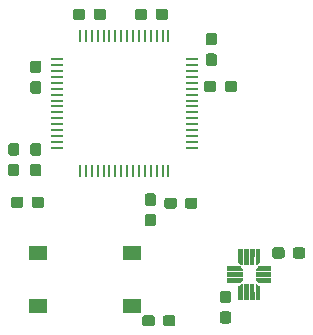
<source format=gbr>
G04 #@! TF.GenerationSoftware,KiCad,Pcbnew,5.0.2-bee76a0~70~ubuntu18.04.1*
G04 #@! TF.CreationDate,2020-10-11T23:46:09-07:00*
G04 #@! TF.ProjectId,light_thing_hw,6c696768-745f-4746-9869-6e675f68772e,rev?*
G04 #@! TF.SameCoordinates,Original*
G04 #@! TF.FileFunction,Paste,Top*
G04 #@! TF.FilePolarity,Positive*
%FSLAX46Y46*%
G04 Gerber Fmt 4.6, Leading zero omitted, Abs format (unit mm)*
G04 Created by KiCad (PCBNEW 5.0.2-bee76a0~70~ubuntu18.04.1) date Sun 11 Oct 2020 11:46:09 PM PDT*
%MOMM*%
%LPD*%
G01*
G04 APERTURE LIST*
%ADD10C,0.400000*%
%ADD11C,0.100000*%
%ADD12C,0.950000*%
%ADD13R,0.250000X1.000000*%
%ADD14R,1.000000X0.250000*%
%ADD15R,1.550000X1.300000*%
G04 APERTURE END LIST*
D10*
G04 #@! TO.C,U2*
X152220000Y-100227500D03*
D11*
G36*
X152015096Y-100559025D02*
X152015381Y-100558087D01*
X152015843Y-100557222D01*
X152016464Y-100556464D01*
X152017222Y-100555843D01*
X152018087Y-100555381D01*
X152019025Y-100555096D01*
X152020000Y-100555000D01*
X152020000Y-99890000D01*
X152170000Y-99890000D01*
X152420000Y-100140000D01*
X152420000Y-100555000D01*
X152420975Y-100555096D01*
X152421913Y-100555381D01*
X152422778Y-100555843D01*
X152423536Y-100556464D01*
X152424157Y-100557222D01*
X152424619Y-100558087D01*
X152424904Y-100559025D01*
X152425000Y-100560000D01*
X152425000Y-101220000D01*
X152424904Y-101220975D01*
X152424619Y-101221913D01*
X152424157Y-101222778D01*
X152423536Y-101223536D01*
X152422778Y-101224157D01*
X152421913Y-101224619D01*
X152420975Y-101224904D01*
X152420000Y-101225000D01*
X152020000Y-101225000D01*
X152019025Y-101224904D01*
X152018087Y-101224619D01*
X152017222Y-101224157D01*
X152016464Y-101223536D01*
X152015843Y-101222778D01*
X152015381Y-101221913D01*
X152015096Y-101220975D01*
X152015000Y-101220000D01*
X152015000Y-100560000D01*
X152015096Y-100559025D01*
X152015096Y-100559025D01*
G37*
D10*
X151720000Y-100227500D03*
D11*
G36*
X151515096Y-100559025D02*
X151515381Y-100558087D01*
X151515843Y-100557222D01*
X151516464Y-100556464D01*
X151517222Y-100555843D01*
X151518087Y-100555381D01*
X151519025Y-100555096D01*
X151520000Y-100555000D01*
X151520000Y-99890000D01*
X151920000Y-99890000D01*
X151920000Y-100555000D01*
X151920975Y-100555096D01*
X151921913Y-100555381D01*
X151922778Y-100555843D01*
X151923536Y-100556464D01*
X151924157Y-100557222D01*
X151924619Y-100558087D01*
X151924904Y-100559025D01*
X151925000Y-100560000D01*
X151925000Y-101220000D01*
X151924904Y-101220975D01*
X151924619Y-101221913D01*
X151924157Y-101222778D01*
X151923536Y-101223536D01*
X151922778Y-101224157D01*
X151921913Y-101224619D01*
X151920975Y-101224904D01*
X151920000Y-101225000D01*
X151520000Y-101225000D01*
X151519025Y-101224904D01*
X151518087Y-101224619D01*
X151517222Y-101224157D01*
X151516464Y-101223536D01*
X151515843Y-101222778D01*
X151515381Y-101221913D01*
X151515096Y-101220975D01*
X151515000Y-101220000D01*
X151515000Y-100560000D01*
X151515096Y-100559025D01*
X151515096Y-100559025D01*
G37*
D10*
X152357500Y-99590000D03*
D11*
G36*
X152685000Y-99390000D02*
X152685096Y-99389025D01*
X152685381Y-99388087D01*
X152685843Y-99387222D01*
X152686464Y-99386464D01*
X152687222Y-99385843D01*
X152688087Y-99385381D01*
X152689025Y-99385096D01*
X152690000Y-99385000D01*
X153350000Y-99385000D01*
X153350975Y-99385096D01*
X153351913Y-99385381D01*
X153352778Y-99385843D01*
X153353536Y-99386464D01*
X153354157Y-99387222D01*
X153354619Y-99388087D01*
X153354904Y-99389025D01*
X153355000Y-99390000D01*
X153355000Y-99790000D01*
X153354904Y-99790975D01*
X153354619Y-99791913D01*
X153354157Y-99792778D01*
X153353536Y-99793536D01*
X153352778Y-99794157D01*
X153351913Y-99794619D01*
X153350975Y-99794904D01*
X153350000Y-99795000D01*
X152690000Y-99795000D01*
X152689025Y-99794904D01*
X152688087Y-99794619D01*
X152687222Y-99794157D01*
X152686464Y-99793536D01*
X152685843Y-99792778D01*
X152685381Y-99791913D01*
X152685096Y-99790975D01*
X152685000Y-99790000D01*
X152270000Y-99790000D01*
X152020000Y-99540000D01*
X152020000Y-99390000D01*
X152685000Y-99390000D01*
X152685000Y-99390000D01*
G37*
D10*
X152357500Y-99090000D03*
D11*
G36*
X152685000Y-98890000D02*
X152685096Y-98889025D01*
X152685381Y-98888087D01*
X152685843Y-98887222D01*
X152686464Y-98886464D01*
X152687222Y-98885843D01*
X152688087Y-98885381D01*
X152689025Y-98885096D01*
X152690000Y-98885000D01*
X153350000Y-98885000D01*
X153350975Y-98885096D01*
X153351913Y-98885381D01*
X153352778Y-98885843D01*
X153353536Y-98886464D01*
X153354157Y-98887222D01*
X153354619Y-98888087D01*
X153354904Y-98889025D01*
X153355000Y-98890000D01*
X153355000Y-99290000D01*
X153354904Y-99290975D01*
X153354619Y-99291913D01*
X153354157Y-99292778D01*
X153353536Y-99293536D01*
X153352778Y-99294157D01*
X153351913Y-99294619D01*
X153350975Y-99294904D01*
X153350000Y-99295000D01*
X152690000Y-99295000D01*
X152689025Y-99294904D01*
X152688087Y-99294619D01*
X152687222Y-99294157D01*
X152686464Y-99293536D01*
X152685843Y-99292778D01*
X152685381Y-99291913D01*
X152685096Y-99290975D01*
X152685000Y-99290000D01*
X152020000Y-99290000D01*
X152020000Y-98890000D01*
X152685000Y-98890000D01*
X152685000Y-98890000D01*
G37*
D10*
X152357500Y-98590000D03*
D11*
G36*
X152270000Y-98390000D02*
X152685000Y-98390000D01*
X152685096Y-98389025D01*
X152685381Y-98388087D01*
X152685843Y-98387222D01*
X152686464Y-98386464D01*
X152687222Y-98385843D01*
X152688087Y-98385381D01*
X152689025Y-98385096D01*
X152690000Y-98385000D01*
X153350000Y-98385000D01*
X153350975Y-98385096D01*
X153351913Y-98385381D01*
X153352778Y-98385843D01*
X153353536Y-98386464D01*
X153354157Y-98387222D01*
X153354619Y-98388087D01*
X153354904Y-98389025D01*
X153355000Y-98390000D01*
X153355000Y-98790000D01*
X153354904Y-98790975D01*
X153354619Y-98791913D01*
X153354157Y-98792778D01*
X153353536Y-98793536D01*
X153352778Y-98794157D01*
X153351913Y-98794619D01*
X153350975Y-98794904D01*
X153350000Y-98795000D01*
X152690000Y-98795000D01*
X152689025Y-98794904D01*
X152688087Y-98794619D01*
X152687222Y-98794157D01*
X152686464Y-98793536D01*
X152685843Y-98792778D01*
X152685381Y-98791913D01*
X152685096Y-98790975D01*
X152685000Y-98790000D01*
X152020000Y-98790000D01*
X152020000Y-98640000D01*
X152270000Y-98390000D01*
X152270000Y-98390000D01*
G37*
D10*
X151220000Y-100227500D03*
D11*
G36*
X151015096Y-100559025D02*
X151015381Y-100558087D01*
X151015843Y-100557222D01*
X151016464Y-100556464D01*
X151017222Y-100555843D01*
X151018087Y-100555381D01*
X151019025Y-100555096D01*
X151020000Y-100555000D01*
X151020000Y-99890000D01*
X151420000Y-99890000D01*
X151420000Y-100555000D01*
X151420975Y-100555096D01*
X151421913Y-100555381D01*
X151422778Y-100555843D01*
X151423536Y-100556464D01*
X151424157Y-100557222D01*
X151424619Y-100558087D01*
X151424904Y-100559025D01*
X151425000Y-100560000D01*
X151425000Y-101220000D01*
X151424904Y-101220975D01*
X151424619Y-101221913D01*
X151424157Y-101222778D01*
X151423536Y-101223536D01*
X151422778Y-101224157D01*
X151421913Y-101224619D01*
X151420975Y-101224904D01*
X151420000Y-101225000D01*
X151020000Y-101225000D01*
X151019025Y-101224904D01*
X151018087Y-101224619D01*
X151017222Y-101224157D01*
X151016464Y-101223536D01*
X151015843Y-101222778D01*
X151015381Y-101221913D01*
X151015096Y-101220975D01*
X151015000Y-101220000D01*
X151015000Y-100560000D01*
X151015096Y-100559025D01*
X151015096Y-100559025D01*
G37*
D10*
X150720000Y-100227500D03*
D11*
G36*
X150515096Y-100559025D02*
X150515381Y-100558087D01*
X150515843Y-100557222D01*
X150516464Y-100556464D01*
X150517222Y-100555843D01*
X150518087Y-100555381D01*
X150519025Y-100555096D01*
X150520000Y-100555000D01*
X150520000Y-100140000D01*
X150770000Y-99890000D01*
X150920000Y-99890000D01*
X150920000Y-100555000D01*
X150920975Y-100555096D01*
X150921913Y-100555381D01*
X150922778Y-100555843D01*
X150923536Y-100556464D01*
X150924157Y-100557222D01*
X150924619Y-100558087D01*
X150924904Y-100559025D01*
X150925000Y-100560000D01*
X150925000Y-101220000D01*
X150924904Y-101220975D01*
X150924619Y-101221913D01*
X150924157Y-101222778D01*
X150923536Y-101223536D01*
X150922778Y-101224157D01*
X150921913Y-101224619D01*
X150920975Y-101224904D01*
X150920000Y-101225000D01*
X150520000Y-101225000D01*
X150519025Y-101224904D01*
X150518087Y-101224619D01*
X150517222Y-101224157D01*
X150516464Y-101223536D01*
X150515843Y-101222778D01*
X150515381Y-101221913D01*
X150515096Y-101220975D01*
X150515000Y-101220000D01*
X150515000Y-100560000D01*
X150515096Y-100559025D01*
X150515096Y-100559025D01*
G37*
D10*
X150582500Y-99590000D03*
D11*
G36*
X149585096Y-99389025D02*
X149585381Y-99388087D01*
X149585843Y-99387222D01*
X149586464Y-99386464D01*
X149587222Y-99385843D01*
X149588087Y-99385381D01*
X149589025Y-99385096D01*
X149590000Y-99385000D01*
X150250000Y-99385000D01*
X150250975Y-99385096D01*
X150251913Y-99385381D01*
X150252778Y-99385843D01*
X150253536Y-99386464D01*
X150254157Y-99387222D01*
X150254619Y-99388087D01*
X150254904Y-99389025D01*
X150255000Y-99390000D01*
X150920000Y-99390000D01*
X150920000Y-99540000D01*
X150670000Y-99790000D01*
X150255000Y-99790000D01*
X150254904Y-99790975D01*
X150254619Y-99791913D01*
X150254157Y-99792778D01*
X150253536Y-99793536D01*
X150252778Y-99794157D01*
X150251913Y-99794619D01*
X150250975Y-99794904D01*
X150250000Y-99795000D01*
X149590000Y-99795000D01*
X149589025Y-99794904D01*
X149588087Y-99794619D01*
X149587222Y-99794157D01*
X149586464Y-99793536D01*
X149585843Y-99792778D01*
X149585381Y-99791913D01*
X149585096Y-99790975D01*
X149585000Y-99790000D01*
X149585000Y-99390000D01*
X149585096Y-99389025D01*
X149585096Y-99389025D01*
G37*
D10*
X150582500Y-99090000D03*
D11*
G36*
X149585096Y-98889025D02*
X149585381Y-98888087D01*
X149585843Y-98887222D01*
X149586464Y-98886464D01*
X149587222Y-98885843D01*
X149588087Y-98885381D01*
X149589025Y-98885096D01*
X149590000Y-98885000D01*
X150250000Y-98885000D01*
X150250975Y-98885096D01*
X150251913Y-98885381D01*
X150252778Y-98885843D01*
X150253536Y-98886464D01*
X150254157Y-98887222D01*
X150254619Y-98888087D01*
X150254904Y-98889025D01*
X150255000Y-98890000D01*
X150920000Y-98890000D01*
X150920000Y-99290000D01*
X150255000Y-99290000D01*
X150254904Y-99290975D01*
X150254619Y-99291913D01*
X150254157Y-99292778D01*
X150253536Y-99293536D01*
X150252778Y-99294157D01*
X150251913Y-99294619D01*
X150250975Y-99294904D01*
X150250000Y-99295000D01*
X149590000Y-99295000D01*
X149589025Y-99294904D01*
X149588087Y-99294619D01*
X149587222Y-99294157D01*
X149586464Y-99293536D01*
X149585843Y-99292778D01*
X149585381Y-99291913D01*
X149585096Y-99290975D01*
X149585000Y-99290000D01*
X149585000Y-98890000D01*
X149585096Y-98889025D01*
X149585096Y-98889025D01*
G37*
D10*
X150582500Y-98590000D03*
D11*
G36*
X149585096Y-98389025D02*
X149585381Y-98388087D01*
X149585843Y-98387222D01*
X149586464Y-98386464D01*
X149587222Y-98385843D01*
X149588087Y-98385381D01*
X149589025Y-98385096D01*
X149590000Y-98385000D01*
X150250000Y-98385000D01*
X150250975Y-98385096D01*
X150251913Y-98385381D01*
X150252778Y-98385843D01*
X150253536Y-98386464D01*
X150254157Y-98387222D01*
X150254619Y-98388087D01*
X150254904Y-98389025D01*
X150255000Y-98390000D01*
X150670000Y-98390000D01*
X150920000Y-98640000D01*
X150920000Y-98790000D01*
X150255000Y-98790000D01*
X150254904Y-98790975D01*
X150254619Y-98791913D01*
X150254157Y-98792778D01*
X150253536Y-98793536D01*
X150252778Y-98794157D01*
X150251913Y-98794619D01*
X150250975Y-98794904D01*
X150250000Y-98795000D01*
X149590000Y-98795000D01*
X149589025Y-98794904D01*
X149588087Y-98794619D01*
X149587222Y-98794157D01*
X149586464Y-98793536D01*
X149585843Y-98792778D01*
X149585381Y-98791913D01*
X149585096Y-98790975D01*
X149585000Y-98790000D01*
X149585000Y-98390000D01*
X149585096Y-98389025D01*
X149585096Y-98389025D01*
G37*
D10*
X150720000Y-97952500D03*
D11*
G36*
X150515096Y-96959025D02*
X150515381Y-96958087D01*
X150515843Y-96957222D01*
X150516464Y-96956464D01*
X150517222Y-96955843D01*
X150518087Y-96955381D01*
X150519025Y-96955096D01*
X150520000Y-96955000D01*
X150920000Y-96955000D01*
X150920975Y-96955096D01*
X150921913Y-96955381D01*
X150922778Y-96955843D01*
X150923536Y-96956464D01*
X150924157Y-96957222D01*
X150924619Y-96958087D01*
X150924904Y-96959025D01*
X150925000Y-96960000D01*
X150925000Y-97620000D01*
X150924904Y-97620975D01*
X150924619Y-97621913D01*
X150924157Y-97622778D01*
X150923536Y-97623536D01*
X150922778Y-97624157D01*
X150921913Y-97624619D01*
X150920975Y-97624904D01*
X150920000Y-97625000D01*
X150920000Y-98290000D01*
X150770000Y-98290000D01*
X150520000Y-98040000D01*
X150520000Y-97625000D01*
X150519025Y-97624904D01*
X150518087Y-97624619D01*
X150517222Y-97624157D01*
X150516464Y-97623536D01*
X150515843Y-97622778D01*
X150515381Y-97621913D01*
X150515096Y-97620975D01*
X150515000Y-97620000D01*
X150515000Y-96960000D01*
X150515096Y-96959025D01*
X150515096Y-96959025D01*
G37*
D10*
X151220000Y-97952500D03*
D11*
G36*
X151015096Y-96959025D02*
X151015381Y-96958087D01*
X151015843Y-96957222D01*
X151016464Y-96956464D01*
X151017222Y-96955843D01*
X151018087Y-96955381D01*
X151019025Y-96955096D01*
X151020000Y-96955000D01*
X151420000Y-96955000D01*
X151420975Y-96955096D01*
X151421913Y-96955381D01*
X151422778Y-96955843D01*
X151423536Y-96956464D01*
X151424157Y-96957222D01*
X151424619Y-96958087D01*
X151424904Y-96959025D01*
X151425000Y-96960000D01*
X151425000Y-97620000D01*
X151424904Y-97620975D01*
X151424619Y-97621913D01*
X151424157Y-97622778D01*
X151423536Y-97623536D01*
X151422778Y-97624157D01*
X151421913Y-97624619D01*
X151420975Y-97624904D01*
X151420000Y-97625000D01*
X151420000Y-98290000D01*
X151020000Y-98290000D01*
X151020000Y-97625000D01*
X151019025Y-97624904D01*
X151018087Y-97624619D01*
X151017222Y-97624157D01*
X151016464Y-97623536D01*
X151015843Y-97622778D01*
X151015381Y-97621913D01*
X151015096Y-97620975D01*
X151015000Y-97620000D01*
X151015000Y-96960000D01*
X151015096Y-96959025D01*
X151015096Y-96959025D01*
G37*
D10*
X151720000Y-97952500D03*
D11*
G36*
X151515096Y-96959025D02*
X151515381Y-96958087D01*
X151515843Y-96957222D01*
X151516464Y-96956464D01*
X151517222Y-96955843D01*
X151518087Y-96955381D01*
X151519025Y-96955096D01*
X151520000Y-96955000D01*
X151920000Y-96955000D01*
X151920975Y-96955096D01*
X151921913Y-96955381D01*
X151922778Y-96955843D01*
X151923536Y-96956464D01*
X151924157Y-96957222D01*
X151924619Y-96958087D01*
X151924904Y-96959025D01*
X151925000Y-96960000D01*
X151925000Y-97620000D01*
X151924904Y-97620975D01*
X151924619Y-97621913D01*
X151924157Y-97622778D01*
X151923536Y-97623536D01*
X151922778Y-97624157D01*
X151921913Y-97624619D01*
X151920975Y-97624904D01*
X151920000Y-97625000D01*
X151920000Y-98290000D01*
X151520000Y-98290000D01*
X151520000Y-97625000D01*
X151519025Y-97624904D01*
X151518087Y-97624619D01*
X151517222Y-97624157D01*
X151516464Y-97623536D01*
X151515843Y-97622778D01*
X151515381Y-97621913D01*
X151515096Y-97620975D01*
X151515000Y-97620000D01*
X151515000Y-96960000D01*
X151515096Y-96959025D01*
X151515096Y-96959025D01*
G37*
D10*
X152220000Y-97952500D03*
D11*
G36*
X152015096Y-96959025D02*
X152015381Y-96958087D01*
X152015843Y-96957222D01*
X152016464Y-96956464D01*
X152017222Y-96955843D01*
X152018087Y-96955381D01*
X152019025Y-96955096D01*
X152020000Y-96955000D01*
X152420000Y-96955000D01*
X152420975Y-96955096D01*
X152421913Y-96955381D01*
X152422778Y-96955843D01*
X152423536Y-96956464D01*
X152424157Y-96957222D01*
X152424619Y-96958087D01*
X152424904Y-96959025D01*
X152425000Y-96960000D01*
X152425000Y-97620000D01*
X152424904Y-97620975D01*
X152424619Y-97621913D01*
X152424157Y-97622778D01*
X152423536Y-97623536D01*
X152422778Y-97624157D01*
X152421913Y-97624619D01*
X152420975Y-97624904D01*
X152420000Y-97625000D01*
X152420000Y-98040000D01*
X152170000Y-98290000D01*
X152020000Y-98290000D01*
X152020000Y-97625000D01*
X152019025Y-97624904D01*
X152018087Y-97624619D01*
X152017222Y-97624157D01*
X152016464Y-97623536D01*
X152015843Y-97622778D01*
X152015381Y-97621913D01*
X152015096Y-97620975D01*
X152015000Y-97620000D01*
X152015000Y-96960000D01*
X152015096Y-96959025D01*
X152015096Y-96959025D01*
G37*
G04 #@! TD*
G04 #@! TO.C,C1*
G36*
X148520350Y-80384839D02*
X148543405Y-80388258D01*
X148566014Y-80393922D01*
X148587958Y-80401774D01*
X148609028Y-80411739D01*
X148629019Y-80423721D01*
X148647739Y-80437605D01*
X148665009Y-80453257D01*
X148680661Y-80470527D01*
X148694545Y-80489247D01*
X148706527Y-80509238D01*
X148716492Y-80530308D01*
X148724344Y-80552252D01*
X148730008Y-80574861D01*
X148733427Y-80597916D01*
X148734571Y-80621195D01*
X148734571Y-81196195D01*
X148733427Y-81219474D01*
X148730008Y-81242529D01*
X148724344Y-81265138D01*
X148716492Y-81287082D01*
X148706527Y-81308152D01*
X148694545Y-81328143D01*
X148680661Y-81346863D01*
X148665009Y-81364133D01*
X148647739Y-81379785D01*
X148629019Y-81393669D01*
X148609028Y-81405651D01*
X148587958Y-81415616D01*
X148566014Y-81423468D01*
X148543405Y-81429132D01*
X148520350Y-81432551D01*
X148497071Y-81433695D01*
X148022071Y-81433695D01*
X147998792Y-81432551D01*
X147975737Y-81429132D01*
X147953128Y-81423468D01*
X147931184Y-81415616D01*
X147910114Y-81405651D01*
X147890123Y-81393669D01*
X147871403Y-81379785D01*
X147854133Y-81364133D01*
X147838481Y-81346863D01*
X147824597Y-81328143D01*
X147812615Y-81308152D01*
X147802650Y-81287082D01*
X147794798Y-81265138D01*
X147789134Y-81242529D01*
X147785715Y-81219474D01*
X147784571Y-81196195D01*
X147784571Y-80621195D01*
X147785715Y-80597916D01*
X147789134Y-80574861D01*
X147794798Y-80552252D01*
X147802650Y-80530308D01*
X147812615Y-80509238D01*
X147824597Y-80489247D01*
X147838481Y-80470527D01*
X147854133Y-80453257D01*
X147871403Y-80437605D01*
X147890123Y-80423721D01*
X147910114Y-80411739D01*
X147931184Y-80401774D01*
X147953128Y-80393922D01*
X147975737Y-80388258D01*
X147998792Y-80384839D01*
X148022071Y-80383695D01*
X148497071Y-80383695D01*
X148520350Y-80384839D01*
X148520350Y-80384839D01*
G37*
D12*
X148259571Y-80908695D03*
D11*
G36*
X148520350Y-78634839D02*
X148543405Y-78638258D01*
X148566014Y-78643922D01*
X148587958Y-78651774D01*
X148609028Y-78661739D01*
X148629019Y-78673721D01*
X148647739Y-78687605D01*
X148665009Y-78703257D01*
X148680661Y-78720527D01*
X148694545Y-78739247D01*
X148706527Y-78759238D01*
X148716492Y-78780308D01*
X148724344Y-78802252D01*
X148730008Y-78824861D01*
X148733427Y-78847916D01*
X148734571Y-78871195D01*
X148734571Y-79446195D01*
X148733427Y-79469474D01*
X148730008Y-79492529D01*
X148724344Y-79515138D01*
X148716492Y-79537082D01*
X148706527Y-79558152D01*
X148694545Y-79578143D01*
X148680661Y-79596863D01*
X148665009Y-79614133D01*
X148647739Y-79629785D01*
X148629019Y-79643669D01*
X148609028Y-79655651D01*
X148587958Y-79665616D01*
X148566014Y-79673468D01*
X148543405Y-79679132D01*
X148520350Y-79682551D01*
X148497071Y-79683695D01*
X148022071Y-79683695D01*
X147998792Y-79682551D01*
X147975737Y-79679132D01*
X147953128Y-79673468D01*
X147931184Y-79665616D01*
X147910114Y-79655651D01*
X147890123Y-79643669D01*
X147871403Y-79629785D01*
X147854133Y-79614133D01*
X147838481Y-79596863D01*
X147824597Y-79578143D01*
X147812615Y-79558152D01*
X147802650Y-79537082D01*
X147794798Y-79515138D01*
X147789134Y-79492529D01*
X147785715Y-79469474D01*
X147784571Y-79446195D01*
X147784571Y-78871195D01*
X147785715Y-78847916D01*
X147789134Y-78824861D01*
X147794798Y-78802252D01*
X147802650Y-78780308D01*
X147812615Y-78759238D01*
X147824597Y-78739247D01*
X147838481Y-78720527D01*
X147854133Y-78703257D01*
X147871403Y-78687605D01*
X147890123Y-78673721D01*
X147910114Y-78661739D01*
X147931184Y-78651774D01*
X147953128Y-78643922D01*
X147975737Y-78638258D01*
X147998792Y-78634839D01*
X148022071Y-78633695D01*
X148497071Y-78633695D01*
X148520350Y-78634839D01*
X148520350Y-78634839D01*
G37*
D12*
X148259571Y-79158695D03*
G04 #@! TD*
D11*
G04 #@! TO.C,C2*
G36*
X146876938Y-92589247D02*
X146899993Y-92592666D01*
X146922602Y-92598330D01*
X146944546Y-92606182D01*
X146965616Y-92616147D01*
X146985607Y-92628129D01*
X147004327Y-92642013D01*
X147021597Y-92657665D01*
X147037249Y-92674935D01*
X147051133Y-92693655D01*
X147063115Y-92713646D01*
X147073080Y-92734716D01*
X147080932Y-92756660D01*
X147086596Y-92779269D01*
X147090015Y-92802324D01*
X147091159Y-92825603D01*
X147091159Y-93300603D01*
X147090015Y-93323882D01*
X147086596Y-93346937D01*
X147080932Y-93369546D01*
X147073080Y-93391490D01*
X147063115Y-93412560D01*
X147051133Y-93432551D01*
X147037249Y-93451271D01*
X147021597Y-93468541D01*
X147004327Y-93484193D01*
X146985607Y-93498077D01*
X146965616Y-93510059D01*
X146944546Y-93520024D01*
X146922602Y-93527876D01*
X146899993Y-93533540D01*
X146876938Y-93536959D01*
X146853659Y-93538103D01*
X146278659Y-93538103D01*
X146255380Y-93536959D01*
X146232325Y-93533540D01*
X146209716Y-93527876D01*
X146187772Y-93520024D01*
X146166702Y-93510059D01*
X146146711Y-93498077D01*
X146127991Y-93484193D01*
X146110721Y-93468541D01*
X146095069Y-93451271D01*
X146081185Y-93432551D01*
X146069203Y-93412560D01*
X146059238Y-93391490D01*
X146051386Y-93369546D01*
X146045722Y-93346937D01*
X146042303Y-93323882D01*
X146041159Y-93300603D01*
X146041159Y-92825603D01*
X146042303Y-92802324D01*
X146045722Y-92779269D01*
X146051386Y-92756660D01*
X146059238Y-92734716D01*
X146069203Y-92713646D01*
X146081185Y-92693655D01*
X146095069Y-92674935D01*
X146110721Y-92657665D01*
X146127991Y-92642013D01*
X146146711Y-92628129D01*
X146166702Y-92616147D01*
X146187772Y-92606182D01*
X146209716Y-92598330D01*
X146232325Y-92592666D01*
X146255380Y-92589247D01*
X146278659Y-92588103D01*
X146853659Y-92588103D01*
X146876938Y-92589247D01*
X146876938Y-92589247D01*
G37*
D12*
X146566159Y-93063103D03*
D11*
G36*
X145126938Y-92589247D02*
X145149993Y-92592666D01*
X145172602Y-92598330D01*
X145194546Y-92606182D01*
X145215616Y-92616147D01*
X145235607Y-92628129D01*
X145254327Y-92642013D01*
X145271597Y-92657665D01*
X145287249Y-92674935D01*
X145301133Y-92693655D01*
X145313115Y-92713646D01*
X145323080Y-92734716D01*
X145330932Y-92756660D01*
X145336596Y-92779269D01*
X145340015Y-92802324D01*
X145341159Y-92825603D01*
X145341159Y-93300603D01*
X145340015Y-93323882D01*
X145336596Y-93346937D01*
X145330932Y-93369546D01*
X145323080Y-93391490D01*
X145313115Y-93412560D01*
X145301133Y-93432551D01*
X145287249Y-93451271D01*
X145271597Y-93468541D01*
X145254327Y-93484193D01*
X145235607Y-93498077D01*
X145215616Y-93510059D01*
X145194546Y-93520024D01*
X145172602Y-93527876D01*
X145149993Y-93533540D01*
X145126938Y-93536959D01*
X145103659Y-93538103D01*
X144528659Y-93538103D01*
X144505380Y-93536959D01*
X144482325Y-93533540D01*
X144459716Y-93527876D01*
X144437772Y-93520024D01*
X144416702Y-93510059D01*
X144396711Y-93498077D01*
X144377991Y-93484193D01*
X144360721Y-93468541D01*
X144345069Y-93451271D01*
X144331185Y-93432551D01*
X144319203Y-93412560D01*
X144309238Y-93391490D01*
X144301386Y-93369546D01*
X144295722Y-93346937D01*
X144292303Y-93323882D01*
X144291159Y-93300603D01*
X144291159Y-92825603D01*
X144292303Y-92802324D01*
X144295722Y-92779269D01*
X144301386Y-92756660D01*
X144309238Y-92734716D01*
X144319203Y-92713646D01*
X144331185Y-92693655D01*
X144345069Y-92674935D01*
X144360721Y-92657665D01*
X144377991Y-92642013D01*
X144396711Y-92628129D01*
X144416702Y-92616147D01*
X144437772Y-92606182D01*
X144459716Y-92598330D01*
X144482325Y-92592666D01*
X144505380Y-92589247D01*
X144528659Y-92588103D01*
X145103659Y-92588103D01*
X145126938Y-92589247D01*
X145126938Y-92589247D01*
G37*
D12*
X144816159Y-93063103D03*
G04 #@! TD*
D11*
G04 #@! TO.C,C3*
G36*
X133660350Y-87989839D02*
X133683405Y-87993258D01*
X133706014Y-87998922D01*
X133727958Y-88006774D01*
X133749028Y-88016739D01*
X133769019Y-88028721D01*
X133787739Y-88042605D01*
X133805009Y-88058257D01*
X133820661Y-88075527D01*
X133834545Y-88094247D01*
X133846527Y-88114238D01*
X133856492Y-88135308D01*
X133864344Y-88157252D01*
X133870008Y-88179861D01*
X133873427Y-88202916D01*
X133874571Y-88226195D01*
X133874571Y-88801195D01*
X133873427Y-88824474D01*
X133870008Y-88847529D01*
X133864344Y-88870138D01*
X133856492Y-88892082D01*
X133846527Y-88913152D01*
X133834545Y-88933143D01*
X133820661Y-88951863D01*
X133805009Y-88969133D01*
X133787739Y-88984785D01*
X133769019Y-88998669D01*
X133749028Y-89010651D01*
X133727958Y-89020616D01*
X133706014Y-89028468D01*
X133683405Y-89034132D01*
X133660350Y-89037551D01*
X133637071Y-89038695D01*
X133162071Y-89038695D01*
X133138792Y-89037551D01*
X133115737Y-89034132D01*
X133093128Y-89028468D01*
X133071184Y-89020616D01*
X133050114Y-89010651D01*
X133030123Y-88998669D01*
X133011403Y-88984785D01*
X132994133Y-88969133D01*
X132978481Y-88951863D01*
X132964597Y-88933143D01*
X132952615Y-88913152D01*
X132942650Y-88892082D01*
X132934798Y-88870138D01*
X132929134Y-88847529D01*
X132925715Y-88824474D01*
X132924571Y-88801195D01*
X132924571Y-88226195D01*
X132925715Y-88202916D01*
X132929134Y-88179861D01*
X132934798Y-88157252D01*
X132942650Y-88135308D01*
X132952615Y-88114238D01*
X132964597Y-88094247D01*
X132978481Y-88075527D01*
X132994133Y-88058257D01*
X133011403Y-88042605D01*
X133030123Y-88028721D01*
X133050114Y-88016739D01*
X133071184Y-88006774D01*
X133093128Y-87998922D01*
X133115737Y-87993258D01*
X133138792Y-87989839D01*
X133162071Y-87988695D01*
X133637071Y-87988695D01*
X133660350Y-87989839D01*
X133660350Y-87989839D01*
G37*
D12*
X133399571Y-88513695D03*
D11*
G36*
X133660350Y-89739839D02*
X133683405Y-89743258D01*
X133706014Y-89748922D01*
X133727958Y-89756774D01*
X133749028Y-89766739D01*
X133769019Y-89778721D01*
X133787739Y-89792605D01*
X133805009Y-89808257D01*
X133820661Y-89825527D01*
X133834545Y-89844247D01*
X133846527Y-89864238D01*
X133856492Y-89885308D01*
X133864344Y-89907252D01*
X133870008Y-89929861D01*
X133873427Y-89952916D01*
X133874571Y-89976195D01*
X133874571Y-90551195D01*
X133873427Y-90574474D01*
X133870008Y-90597529D01*
X133864344Y-90620138D01*
X133856492Y-90642082D01*
X133846527Y-90663152D01*
X133834545Y-90683143D01*
X133820661Y-90701863D01*
X133805009Y-90719133D01*
X133787739Y-90734785D01*
X133769019Y-90748669D01*
X133749028Y-90760651D01*
X133727958Y-90770616D01*
X133706014Y-90778468D01*
X133683405Y-90784132D01*
X133660350Y-90787551D01*
X133637071Y-90788695D01*
X133162071Y-90788695D01*
X133138792Y-90787551D01*
X133115737Y-90784132D01*
X133093128Y-90778468D01*
X133071184Y-90770616D01*
X133050114Y-90760651D01*
X133030123Y-90748669D01*
X133011403Y-90734785D01*
X132994133Y-90719133D01*
X132978481Y-90701863D01*
X132964597Y-90683143D01*
X132952615Y-90663152D01*
X132942650Y-90642082D01*
X132934798Y-90620138D01*
X132929134Y-90597529D01*
X132925715Y-90574474D01*
X132924571Y-90551195D01*
X132924571Y-89976195D01*
X132925715Y-89952916D01*
X132929134Y-89929861D01*
X132934798Y-89907252D01*
X132942650Y-89885308D01*
X132952615Y-89864238D01*
X132964597Y-89844247D01*
X132978481Y-89825527D01*
X132994133Y-89808257D01*
X133011403Y-89792605D01*
X133030123Y-89778721D01*
X133050114Y-89766739D01*
X133071184Y-89756774D01*
X133093128Y-89748922D01*
X133115737Y-89743258D01*
X133138792Y-89739839D01*
X133162071Y-89738695D01*
X133637071Y-89738695D01*
X133660350Y-89739839D01*
X133660350Y-89739839D01*
G37*
D12*
X133399571Y-90263695D03*
G04 #@! TD*
D11*
G04 #@! TO.C,C4*
G36*
X133660350Y-82739839D02*
X133683405Y-82743258D01*
X133706014Y-82748922D01*
X133727958Y-82756774D01*
X133749028Y-82766739D01*
X133769019Y-82778721D01*
X133787739Y-82792605D01*
X133805009Y-82808257D01*
X133820661Y-82825527D01*
X133834545Y-82844247D01*
X133846527Y-82864238D01*
X133856492Y-82885308D01*
X133864344Y-82907252D01*
X133870008Y-82929861D01*
X133873427Y-82952916D01*
X133874571Y-82976195D01*
X133874571Y-83551195D01*
X133873427Y-83574474D01*
X133870008Y-83597529D01*
X133864344Y-83620138D01*
X133856492Y-83642082D01*
X133846527Y-83663152D01*
X133834545Y-83683143D01*
X133820661Y-83701863D01*
X133805009Y-83719133D01*
X133787739Y-83734785D01*
X133769019Y-83748669D01*
X133749028Y-83760651D01*
X133727958Y-83770616D01*
X133706014Y-83778468D01*
X133683405Y-83784132D01*
X133660350Y-83787551D01*
X133637071Y-83788695D01*
X133162071Y-83788695D01*
X133138792Y-83787551D01*
X133115737Y-83784132D01*
X133093128Y-83778468D01*
X133071184Y-83770616D01*
X133050114Y-83760651D01*
X133030123Y-83748669D01*
X133011403Y-83734785D01*
X132994133Y-83719133D01*
X132978481Y-83701863D01*
X132964597Y-83683143D01*
X132952615Y-83663152D01*
X132942650Y-83642082D01*
X132934798Y-83620138D01*
X132929134Y-83597529D01*
X132925715Y-83574474D01*
X132924571Y-83551195D01*
X132924571Y-82976195D01*
X132925715Y-82952916D01*
X132929134Y-82929861D01*
X132934798Y-82907252D01*
X132942650Y-82885308D01*
X132952615Y-82864238D01*
X132964597Y-82844247D01*
X132978481Y-82825527D01*
X132994133Y-82808257D01*
X133011403Y-82792605D01*
X133030123Y-82778721D01*
X133050114Y-82766739D01*
X133071184Y-82756774D01*
X133093128Y-82748922D01*
X133115737Y-82743258D01*
X133138792Y-82739839D01*
X133162071Y-82738695D01*
X133637071Y-82738695D01*
X133660350Y-82739839D01*
X133660350Y-82739839D01*
G37*
D12*
X133399571Y-83263695D03*
D11*
G36*
X133660350Y-80989839D02*
X133683405Y-80993258D01*
X133706014Y-80998922D01*
X133727958Y-81006774D01*
X133749028Y-81016739D01*
X133769019Y-81028721D01*
X133787739Y-81042605D01*
X133805009Y-81058257D01*
X133820661Y-81075527D01*
X133834545Y-81094247D01*
X133846527Y-81114238D01*
X133856492Y-81135308D01*
X133864344Y-81157252D01*
X133870008Y-81179861D01*
X133873427Y-81202916D01*
X133874571Y-81226195D01*
X133874571Y-81801195D01*
X133873427Y-81824474D01*
X133870008Y-81847529D01*
X133864344Y-81870138D01*
X133856492Y-81892082D01*
X133846527Y-81913152D01*
X133834545Y-81933143D01*
X133820661Y-81951863D01*
X133805009Y-81969133D01*
X133787739Y-81984785D01*
X133769019Y-81998669D01*
X133749028Y-82010651D01*
X133727958Y-82020616D01*
X133706014Y-82028468D01*
X133683405Y-82034132D01*
X133660350Y-82037551D01*
X133637071Y-82038695D01*
X133162071Y-82038695D01*
X133138792Y-82037551D01*
X133115737Y-82034132D01*
X133093128Y-82028468D01*
X133071184Y-82020616D01*
X133050114Y-82010651D01*
X133030123Y-81998669D01*
X133011403Y-81984785D01*
X132994133Y-81969133D01*
X132978481Y-81951863D01*
X132964597Y-81933143D01*
X132952615Y-81913152D01*
X132942650Y-81892082D01*
X132934798Y-81870138D01*
X132929134Y-81847529D01*
X132925715Y-81824474D01*
X132924571Y-81801195D01*
X132924571Y-81226195D01*
X132925715Y-81202916D01*
X132929134Y-81179861D01*
X132934798Y-81157252D01*
X132942650Y-81135308D01*
X132952615Y-81114238D01*
X132964597Y-81094247D01*
X132978481Y-81075527D01*
X132994133Y-81058257D01*
X133011403Y-81042605D01*
X133030123Y-81028721D01*
X133050114Y-81016739D01*
X133071184Y-81006774D01*
X133093128Y-80998922D01*
X133115737Y-80993258D01*
X133138792Y-80989839D01*
X133162071Y-80988695D01*
X133637071Y-80988695D01*
X133660350Y-80989839D01*
X133660350Y-80989839D01*
G37*
D12*
X133399571Y-81513695D03*
G04 #@! TD*
D11*
G04 #@! TO.C,C9*
G36*
X145010779Y-102546144D02*
X145033834Y-102549563D01*
X145056443Y-102555227D01*
X145078387Y-102563079D01*
X145099457Y-102573044D01*
X145119448Y-102585026D01*
X145138168Y-102598910D01*
X145155438Y-102614562D01*
X145171090Y-102631832D01*
X145184974Y-102650552D01*
X145196956Y-102670543D01*
X145206921Y-102691613D01*
X145214773Y-102713557D01*
X145220437Y-102736166D01*
X145223856Y-102759221D01*
X145225000Y-102782500D01*
X145225000Y-103257500D01*
X145223856Y-103280779D01*
X145220437Y-103303834D01*
X145214773Y-103326443D01*
X145206921Y-103348387D01*
X145196956Y-103369457D01*
X145184974Y-103389448D01*
X145171090Y-103408168D01*
X145155438Y-103425438D01*
X145138168Y-103441090D01*
X145119448Y-103454974D01*
X145099457Y-103466956D01*
X145078387Y-103476921D01*
X145056443Y-103484773D01*
X145033834Y-103490437D01*
X145010779Y-103493856D01*
X144987500Y-103495000D01*
X144412500Y-103495000D01*
X144389221Y-103493856D01*
X144366166Y-103490437D01*
X144343557Y-103484773D01*
X144321613Y-103476921D01*
X144300543Y-103466956D01*
X144280552Y-103454974D01*
X144261832Y-103441090D01*
X144244562Y-103425438D01*
X144228910Y-103408168D01*
X144215026Y-103389448D01*
X144203044Y-103369457D01*
X144193079Y-103348387D01*
X144185227Y-103326443D01*
X144179563Y-103303834D01*
X144176144Y-103280779D01*
X144175000Y-103257500D01*
X144175000Y-102782500D01*
X144176144Y-102759221D01*
X144179563Y-102736166D01*
X144185227Y-102713557D01*
X144193079Y-102691613D01*
X144203044Y-102670543D01*
X144215026Y-102650552D01*
X144228910Y-102631832D01*
X144244562Y-102614562D01*
X144261832Y-102598910D01*
X144280552Y-102585026D01*
X144300543Y-102573044D01*
X144321613Y-102563079D01*
X144343557Y-102555227D01*
X144366166Y-102549563D01*
X144389221Y-102546144D01*
X144412500Y-102545000D01*
X144987500Y-102545000D01*
X145010779Y-102546144D01*
X145010779Y-102546144D01*
G37*
D12*
X144700000Y-103020000D03*
D11*
G36*
X143260779Y-102546144D02*
X143283834Y-102549563D01*
X143306443Y-102555227D01*
X143328387Y-102563079D01*
X143349457Y-102573044D01*
X143369448Y-102585026D01*
X143388168Y-102598910D01*
X143405438Y-102614562D01*
X143421090Y-102631832D01*
X143434974Y-102650552D01*
X143446956Y-102670543D01*
X143456921Y-102691613D01*
X143464773Y-102713557D01*
X143470437Y-102736166D01*
X143473856Y-102759221D01*
X143475000Y-102782500D01*
X143475000Y-103257500D01*
X143473856Y-103280779D01*
X143470437Y-103303834D01*
X143464773Y-103326443D01*
X143456921Y-103348387D01*
X143446956Y-103369457D01*
X143434974Y-103389448D01*
X143421090Y-103408168D01*
X143405438Y-103425438D01*
X143388168Y-103441090D01*
X143369448Y-103454974D01*
X143349457Y-103466956D01*
X143328387Y-103476921D01*
X143306443Y-103484773D01*
X143283834Y-103490437D01*
X143260779Y-103493856D01*
X143237500Y-103495000D01*
X142662500Y-103495000D01*
X142639221Y-103493856D01*
X142616166Y-103490437D01*
X142593557Y-103484773D01*
X142571613Y-103476921D01*
X142550543Y-103466956D01*
X142530552Y-103454974D01*
X142511832Y-103441090D01*
X142494562Y-103425438D01*
X142478910Y-103408168D01*
X142465026Y-103389448D01*
X142453044Y-103369457D01*
X142443079Y-103348387D01*
X142435227Y-103326443D01*
X142429563Y-103303834D01*
X142426144Y-103280779D01*
X142425000Y-103257500D01*
X142425000Y-102782500D01*
X142426144Y-102759221D01*
X142429563Y-102736166D01*
X142435227Y-102713557D01*
X142443079Y-102691613D01*
X142453044Y-102670543D01*
X142465026Y-102650552D01*
X142478910Y-102631832D01*
X142494562Y-102614562D01*
X142511832Y-102598910D01*
X142530552Y-102585026D01*
X142550543Y-102573044D01*
X142571613Y-102563079D01*
X142593557Y-102555227D01*
X142616166Y-102549563D01*
X142639221Y-102546144D01*
X142662500Y-102545000D01*
X143237500Y-102545000D01*
X143260779Y-102546144D01*
X143260779Y-102546144D01*
G37*
D12*
X142950000Y-103020000D03*
G04 #@! TD*
D11*
G04 #@! TO.C,C16*
G36*
X144376938Y-76589247D02*
X144399993Y-76592666D01*
X144422602Y-76598330D01*
X144444546Y-76606182D01*
X144465616Y-76616147D01*
X144485607Y-76628129D01*
X144504327Y-76642013D01*
X144521597Y-76657665D01*
X144537249Y-76674935D01*
X144551133Y-76693655D01*
X144563115Y-76713646D01*
X144573080Y-76734716D01*
X144580932Y-76756660D01*
X144586596Y-76779269D01*
X144590015Y-76802324D01*
X144591159Y-76825603D01*
X144591159Y-77300603D01*
X144590015Y-77323882D01*
X144586596Y-77346937D01*
X144580932Y-77369546D01*
X144573080Y-77391490D01*
X144563115Y-77412560D01*
X144551133Y-77432551D01*
X144537249Y-77451271D01*
X144521597Y-77468541D01*
X144504327Y-77484193D01*
X144485607Y-77498077D01*
X144465616Y-77510059D01*
X144444546Y-77520024D01*
X144422602Y-77527876D01*
X144399993Y-77533540D01*
X144376938Y-77536959D01*
X144353659Y-77538103D01*
X143778659Y-77538103D01*
X143755380Y-77536959D01*
X143732325Y-77533540D01*
X143709716Y-77527876D01*
X143687772Y-77520024D01*
X143666702Y-77510059D01*
X143646711Y-77498077D01*
X143627991Y-77484193D01*
X143610721Y-77468541D01*
X143595069Y-77451271D01*
X143581185Y-77432551D01*
X143569203Y-77412560D01*
X143559238Y-77391490D01*
X143551386Y-77369546D01*
X143545722Y-77346937D01*
X143542303Y-77323882D01*
X143541159Y-77300603D01*
X143541159Y-76825603D01*
X143542303Y-76802324D01*
X143545722Y-76779269D01*
X143551386Y-76756660D01*
X143559238Y-76734716D01*
X143569203Y-76713646D01*
X143581185Y-76693655D01*
X143595069Y-76674935D01*
X143610721Y-76657665D01*
X143627991Y-76642013D01*
X143646711Y-76628129D01*
X143666702Y-76616147D01*
X143687772Y-76606182D01*
X143709716Y-76598330D01*
X143732325Y-76592666D01*
X143755380Y-76589247D01*
X143778659Y-76588103D01*
X144353659Y-76588103D01*
X144376938Y-76589247D01*
X144376938Y-76589247D01*
G37*
D12*
X144066159Y-77063103D03*
D11*
G36*
X142626938Y-76589247D02*
X142649993Y-76592666D01*
X142672602Y-76598330D01*
X142694546Y-76606182D01*
X142715616Y-76616147D01*
X142735607Y-76628129D01*
X142754327Y-76642013D01*
X142771597Y-76657665D01*
X142787249Y-76674935D01*
X142801133Y-76693655D01*
X142813115Y-76713646D01*
X142823080Y-76734716D01*
X142830932Y-76756660D01*
X142836596Y-76779269D01*
X142840015Y-76802324D01*
X142841159Y-76825603D01*
X142841159Y-77300603D01*
X142840015Y-77323882D01*
X142836596Y-77346937D01*
X142830932Y-77369546D01*
X142823080Y-77391490D01*
X142813115Y-77412560D01*
X142801133Y-77432551D01*
X142787249Y-77451271D01*
X142771597Y-77468541D01*
X142754327Y-77484193D01*
X142735607Y-77498077D01*
X142715616Y-77510059D01*
X142694546Y-77520024D01*
X142672602Y-77527876D01*
X142649993Y-77533540D01*
X142626938Y-77536959D01*
X142603659Y-77538103D01*
X142028659Y-77538103D01*
X142005380Y-77536959D01*
X141982325Y-77533540D01*
X141959716Y-77527876D01*
X141937772Y-77520024D01*
X141916702Y-77510059D01*
X141896711Y-77498077D01*
X141877991Y-77484193D01*
X141860721Y-77468541D01*
X141845069Y-77451271D01*
X141831185Y-77432551D01*
X141819203Y-77412560D01*
X141809238Y-77391490D01*
X141801386Y-77369546D01*
X141795722Y-77346937D01*
X141792303Y-77323882D01*
X141791159Y-77300603D01*
X141791159Y-76825603D01*
X141792303Y-76802324D01*
X141795722Y-76779269D01*
X141801386Y-76756660D01*
X141809238Y-76734716D01*
X141819203Y-76713646D01*
X141831185Y-76693655D01*
X141845069Y-76674935D01*
X141860721Y-76657665D01*
X141877991Y-76642013D01*
X141896711Y-76628129D01*
X141916702Y-76616147D01*
X141937772Y-76606182D01*
X141959716Y-76598330D01*
X141982325Y-76592666D01*
X142005380Y-76589247D01*
X142028659Y-76588103D01*
X142603659Y-76588103D01*
X142626938Y-76589247D01*
X142626938Y-76589247D01*
G37*
D12*
X142316159Y-77063103D03*
G04 #@! TD*
D11*
G04 #@! TO.C,C17*
G36*
X137376938Y-76589247D02*
X137399993Y-76592666D01*
X137422602Y-76598330D01*
X137444546Y-76606182D01*
X137465616Y-76616147D01*
X137485607Y-76628129D01*
X137504327Y-76642013D01*
X137521597Y-76657665D01*
X137537249Y-76674935D01*
X137551133Y-76693655D01*
X137563115Y-76713646D01*
X137573080Y-76734716D01*
X137580932Y-76756660D01*
X137586596Y-76779269D01*
X137590015Y-76802324D01*
X137591159Y-76825603D01*
X137591159Y-77300603D01*
X137590015Y-77323882D01*
X137586596Y-77346937D01*
X137580932Y-77369546D01*
X137573080Y-77391490D01*
X137563115Y-77412560D01*
X137551133Y-77432551D01*
X137537249Y-77451271D01*
X137521597Y-77468541D01*
X137504327Y-77484193D01*
X137485607Y-77498077D01*
X137465616Y-77510059D01*
X137444546Y-77520024D01*
X137422602Y-77527876D01*
X137399993Y-77533540D01*
X137376938Y-77536959D01*
X137353659Y-77538103D01*
X136778659Y-77538103D01*
X136755380Y-77536959D01*
X136732325Y-77533540D01*
X136709716Y-77527876D01*
X136687772Y-77520024D01*
X136666702Y-77510059D01*
X136646711Y-77498077D01*
X136627991Y-77484193D01*
X136610721Y-77468541D01*
X136595069Y-77451271D01*
X136581185Y-77432551D01*
X136569203Y-77412560D01*
X136559238Y-77391490D01*
X136551386Y-77369546D01*
X136545722Y-77346937D01*
X136542303Y-77323882D01*
X136541159Y-77300603D01*
X136541159Y-76825603D01*
X136542303Y-76802324D01*
X136545722Y-76779269D01*
X136551386Y-76756660D01*
X136559238Y-76734716D01*
X136569203Y-76713646D01*
X136581185Y-76693655D01*
X136595069Y-76674935D01*
X136610721Y-76657665D01*
X136627991Y-76642013D01*
X136646711Y-76628129D01*
X136666702Y-76616147D01*
X136687772Y-76606182D01*
X136709716Y-76598330D01*
X136732325Y-76592666D01*
X136755380Y-76589247D01*
X136778659Y-76588103D01*
X137353659Y-76588103D01*
X137376938Y-76589247D01*
X137376938Y-76589247D01*
G37*
D12*
X137066159Y-77063103D03*
D11*
G36*
X139126938Y-76589247D02*
X139149993Y-76592666D01*
X139172602Y-76598330D01*
X139194546Y-76606182D01*
X139215616Y-76616147D01*
X139235607Y-76628129D01*
X139254327Y-76642013D01*
X139271597Y-76657665D01*
X139287249Y-76674935D01*
X139301133Y-76693655D01*
X139313115Y-76713646D01*
X139323080Y-76734716D01*
X139330932Y-76756660D01*
X139336596Y-76779269D01*
X139340015Y-76802324D01*
X139341159Y-76825603D01*
X139341159Y-77300603D01*
X139340015Y-77323882D01*
X139336596Y-77346937D01*
X139330932Y-77369546D01*
X139323080Y-77391490D01*
X139313115Y-77412560D01*
X139301133Y-77432551D01*
X139287249Y-77451271D01*
X139271597Y-77468541D01*
X139254327Y-77484193D01*
X139235607Y-77498077D01*
X139215616Y-77510059D01*
X139194546Y-77520024D01*
X139172602Y-77527876D01*
X139149993Y-77533540D01*
X139126938Y-77536959D01*
X139103659Y-77538103D01*
X138528659Y-77538103D01*
X138505380Y-77536959D01*
X138482325Y-77533540D01*
X138459716Y-77527876D01*
X138437772Y-77520024D01*
X138416702Y-77510059D01*
X138396711Y-77498077D01*
X138377991Y-77484193D01*
X138360721Y-77468541D01*
X138345069Y-77451271D01*
X138331185Y-77432551D01*
X138319203Y-77412560D01*
X138309238Y-77391490D01*
X138301386Y-77369546D01*
X138295722Y-77346937D01*
X138292303Y-77323882D01*
X138291159Y-77300603D01*
X138291159Y-76825603D01*
X138292303Y-76802324D01*
X138295722Y-76779269D01*
X138301386Y-76756660D01*
X138309238Y-76734716D01*
X138319203Y-76713646D01*
X138331185Y-76693655D01*
X138345069Y-76674935D01*
X138360721Y-76657665D01*
X138377991Y-76642013D01*
X138396711Y-76628129D01*
X138416702Y-76616147D01*
X138437772Y-76606182D01*
X138459716Y-76598330D01*
X138482325Y-76592666D01*
X138505380Y-76589247D01*
X138528659Y-76588103D01*
X139103659Y-76588103D01*
X139126938Y-76589247D01*
X139126938Y-76589247D01*
G37*
D12*
X138816159Y-77063103D03*
G04 #@! TD*
D11*
G04 #@! TO.C,R5*
G36*
X150224779Y-82690144D02*
X150247834Y-82693563D01*
X150270443Y-82699227D01*
X150292387Y-82707079D01*
X150313457Y-82717044D01*
X150333448Y-82729026D01*
X150352168Y-82742910D01*
X150369438Y-82758562D01*
X150385090Y-82775832D01*
X150398974Y-82794552D01*
X150410956Y-82814543D01*
X150420921Y-82835613D01*
X150428773Y-82857557D01*
X150434437Y-82880166D01*
X150437856Y-82903221D01*
X150439000Y-82926500D01*
X150439000Y-83401500D01*
X150437856Y-83424779D01*
X150434437Y-83447834D01*
X150428773Y-83470443D01*
X150420921Y-83492387D01*
X150410956Y-83513457D01*
X150398974Y-83533448D01*
X150385090Y-83552168D01*
X150369438Y-83569438D01*
X150352168Y-83585090D01*
X150333448Y-83598974D01*
X150313457Y-83610956D01*
X150292387Y-83620921D01*
X150270443Y-83628773D01*
X150247834Y-83634437D01*
X150224779Y-83637856D01*
X150201500Y-83639000D01*
X149626500Y-83639000D01*
X149603221Y-83637856D01*
X149580166Y-83634437D01*
X149557557Y-83628773D01*
X149535613Y-83620921D01*
X149514543Y-83610956D01*
X149494552Y-83598974D01*
X149475832Y-83585090D01*
X149458562Y-83569438D01*
X149442910Y-83552168D01*
X149429026Y-83533448D01*
X149417044Y-83513457D01*
X149407079Y-83492387D01*
X149399227Y-83470443D01*
X149393563Y-83447834D01*
X149390144Y-83424779D01*
X149389000Y-83401500D01*
X149389000Y-82926500D01*
X149390144Y-82903221D01*
X149393563Y-82880166D01*
X149399227Y-82857557D01*
X149407079Y-82835613D01*
X149417044Y-82814543D01*
X149429026Y-82794552D01*
X149442910Y-82775832D01*
X149458562Y-82758562D01*
X149475832Y-82742910D01*
X149494552Y-82729026D01*
X149514543Y-82717044D01*
X149535613Y-82707079D01*
X149557557Y-82699227D01*
X149580166Y-82693563D01*
X149603221Y-82690144D01*
X149626500Y-82689000D01*
X150201500Y-82689000D01*
X150224779Y-82690144D01*
X150224779Y-82690144D01*
G37*
D12*
X149914000Y-83164000D03*
D11*
G36*
X148474779Y-82690144D02*
X148497834Y-82693563D01*
X148520443Y-82699227D01*
X148542387Y-82707079D01*
X148563457Y-82717044D01*
X148583448Y-82729026D01*
X148602168Y-82742910D01*
X148619438Y-82758562D01*
X148635090Y-82775832D01*
X148648974Y-82794552D01*
X148660956Y-82814543D01*
X148670921Y-82835613D01*
X148678773Y-82857557D01*
X148684437Y-82880166D01*
X148687856Y-82903221D01*
X148689000Y-82926500D01*
X148689000Y-83401500D01*
X148687856Y-83424779D01*
X148684437Y-83447834D01*
X148678773Y-83470443D01*
X148670921Y-83492387D01*
X148660956Y-83513457D01*
X148648974Y-83533448D01*
X148635090Y-83552168D01*
X148619438Y-83569438D01*
X148602168Y-83585090D01*
X148583448Y-83598974D01*
X148563457Y-83610956D01*
X148542387Y-83620921D01*
X148520443Y-83628773D01*
X148497834Y-83634437D01*
X148474779Y-83637856D01*
X148451500Y-83639000D01*
X147876500Y-83639000D01*
X147853221Y-83637856D01*
X147830166Y-83634437D01*
X147807557Y-83628773D01*
X147785613Y-83620921D01*
X147764543Y-83610956D01*
X147744552Y-83598974D01*
X147725832Y-83585090D01*
X147708562Y-83569438D01*
X147692910Y-83552168D01*
X147679026Y-83533448D01*
X147667044Y-83513457D01*
X147657079Y-83492387D01*
X147649227Y-83470443D01*
X147643563Y-83447834D01*
X147640144Y-83424779D01*
X147639000Y-83401500D01*
X147639000Y-82926500D01*
X147640144Y-82903221D01*
X147643563Y-82880166D01*
X147649227Y-82857557D01*
X147657079Y-82835613D01*
X147667044Y-82814543D01*
X147679026Y-82794552D01*
X147692910Y-82775832D01*
X147708562Y-82758562D01*
X147725832Y-82742910D01*
X147744552Y-82729026D01*
X147764543Y-82717044D01*
X147785613Y-82707079D01*
X147807557Y-82699227D01*
X147830166Y-82693563D01*
X147853221Y-82690144D01*
X147876500Y-82689000D01*
X148451500Y-82689000D01*
X148474779Y-82690144D01*
X148474779Y-82690144D01*
G37*
D12*
X148164000Y-83164000D03*
G04 #@! TD*
D11*
G04 #@! TO.C,R10*
G36*
X143370350Y-93979839D02*
X143393405Y-93983258D01*
X143416014Y-93988922D01*
X143437958Y-93996774D01*
X143459028Y-94006739D01*
X143479019Y-94018721D01*
X143497739Y-94032605D01*
X143515009Y-94048257D01*
X143530661Y-94065527D01*
X143544545Y-94084247D01*
X143556527Y-94104238D01*
X143566492Y-94125308D01*
X143574344Y-94147252D01*
X143580008Y-94169861D01*
X143583427Y-94192916D01*
X143584571Y-94216195D01*
X143584571Y-94791195D01*
X143583427Y-94814474D01*
X143580008Y-94837529D01*
X143574344Y-94860138D01*
X143566492Y-94882082D01*
X143556527Y-94903152D01*
X143544545Y-94923143D01*
X143530661Y-94941863D01*
X143515009Y-94959133D01*
X143497739Y-94974785D01*
X143479019Y-94988669D01*
X143459028Y-95000651D01*
X143437958Y-95010616D01*
X143416014Y-95018468D01*
X143393405Y-95024132D01*
X143370350Y-95027551D01*
X143347071Y-95028695D01*
X142872071Y-95028695D01*
X142848792Y-95027551D01*
X142825737Y-95024132D01*
X142803128Y-95018468D01*
X142781184Y-95010616D01*
X142760114Y-95000651D01*
X142740123Y-94988669D01*
X142721403Y-94974785D01*
X142704133Y-94959133D01*
X142688481Y-94941863D01*
X142674597Y-94923143D01*
X142662615Y-94903152D01*
X142652650Y-94882082D01*
X142644798Y-94860138D01*
X142639134Y-94837529D01*
X142635715Y-94814474D01*
X142634571Y-94791195D01*
X142634571Y-94216195D01*
X142635715Y-94192916D01*
X142639134Y-94169861D01*
X142644798Y-94147252D01*
X142652650Y-94125308D01*
X142662615Y-94104238D01*
X142674597Y-94084247D01*
X142688481Y-94065527D01*
X142704133Y-94048257D01*
X142721403Y-94032605D01*
X142740123Y-94018721D01*
X142760114Y-94006739D01*
X142781184Y-93996774D01*
X142803128Y-93988922D01*
X142825737Y-93983258D01*
X142848792Y-93979839D01*
X142872071Y-93978695D01*
X143347071Y-93978695D01*
X143370350Y-93979839D01*
X143370350Y-93979839D01*
G37*
D12*
X143109571Y-94503695D03*
D11*
G36*
X143370350Y-92229839D02*
X143393405Y-92233258D01*
X143416014Y-92238922D01*
X143437958Y-92246774D01*
X143459028Y-92256739D01*
X143479019Y-92268721D01*
X143497739Y-92282605D01*
X143515009Y-92298257D01*
X143530661Y-92315527D01*
X143544545Y-92334247D01*
X143556527Y-92354238D01*
X143566492Y-92375308D01*
X143574344Y-92397252D01*
X143580008Y-92419861D01*
X143583427Y-92442916D01*
X143584571Y-92466195D01*
X143584571Y-93041195D01*
X143583427Y-93064474D01*
X143580008Y-93087529D01*
X143574344Y-93110138D01*
X143566492Y-93132082D01*
X143556527Y-93153152D01*
X143544545Y-93173143D01*
X143530661Y-93191863D01*
X143515009Y-93209133D01*
X143497739Y-93224785D01*
X143479019Y-93238669D01*
X143459028Y-93250651D01*
X143437958Y-93260616D01*
X143416014Y-93268468D01*
X143393405Y-93274132D01*
X143370350Y-93277551D01*
X143347071Y-93278695D01*
X142872071Y-93278695D01*
X142848792Y-93277551D01*
X142825737Y-93274132D01*
X142803128Y-93268468D01*
X142781184Y-93260616D01*
X142760114Y-93250651D01*
X142740123Y-93238669D01*
X142721403Y-93224785D01*
X142704133Y-93209133D01*
X142688481Y-93191863D01*
X142674597Y-93173143D01*
X142662615Y-93153152D01*
X142652650Y-93132082D01*
X142644798Y-93110138D01*
X142639134Y-93087529D01*
X142635715Y-93064474D01*
X142634571Y-93041195D01*
X142634571Y-92466195D01*
X142635715Y-92442916D01*
X142639134Y-92419861D01*
X142644798Y-92397252D01*
X142652650Y-92375308D01*
X142662615Y-92354238D01*
X142674597Y-92334247D01*
X142688481Y-92315527D01*
X142704133Y-92298257D01*
X142721403Y-92282605D01*
X142740123Y-92268721D01*
X142760114Y-92256739D01*
X142781184Y-92246774D01*
X142803128Y-92238922D01*
X142825737Y-92233258D01*
X142848792Y-92229839D01*
X142872071Y-92228695D01*
X143347071Y-92228695D01*
X143370350Y-92229839D01*
X143370350Y-92229839D01*
G37*
D12*
X143109571Y-92753695D03*
G04 #@! TD*
D11*
G04 #@! TO.C,R12*
G36*
X131792405Y-89733310D02*
X131815460Y-89736729D01*
X131838069Y-89742393D01*
X131860013Y-89750245D01*
X131881083Y-89760210D01*
X131901074Y-89772192D01*
X131919794Y-89786076D01*
X131937064Y-89801728D01*
X131952716Y-89818998D01*
X131966600Y-89837718D01*
X131978582Y-89857709D01*
X131988547Y-89878779D01*
X131996399Y-89900723D01*
X132002063Y-89923332D01*
X132005482Y-89946387D01*
X132006626Y-89969666D01*
X132006626Y-90544666D01*
X132005482Y-90567945D01*
X132002063Y-90591000D01*
X131996399Y-90613609D01*
X131988547Y-90635553D01*
X131978582Y-90656623D01*
X131966600Y-90676614D01*
X131952716Y-90695334D01*
X131937064Y-90712604D01*
X131919794Y-90728256D01*
X131901074Y-90742140D01*
X131881083Y-90754122D01*
X131860013Y-90764087D01*
X131838069Y-90771939D01*
X131815460Y-90777603D01*
X131792405Y-90781022D01*
X131769126Y-90782166D01*
X131294126Y-90782166D01*
X131270847Y-90781022D01*
X131247792Y-90777603D01*
X131225183Y-90771939D01*
X131203239Y-90764087D01*
X131182169Y-90754122D01*
X131162178Y-90742140D01*
X131143458Y-90728256D01*
X131126188Y-90712604D01*
X131110536Y-90695334D01*
X131096652Y-90676614D01*
X131084670Y-90656623D01*
X131074705Y-90635553D01*
X131066853Y-90613609D01*
X131061189Y-90591000D01*
X131057770Y-90567945D01*
X131056626Y-90544666D01*
X131056626Y-89969666D01*
X131057770Y-89946387D01*
X131061189Y-89923332D01*
X131066853Y-89900723D01*
X131074705Y-89878779D01*
X131084670Y-89857709D01*
X131096652Y-89837718D01*
X131110536Y-89818998D01*
X131126188Y-89801728D01*
X131143458Y-89786076D01*
X131162178Y-89772192D01*
X131182169Y-89760210D01*
X131203239Y-89750245D01*
X131225183Y-89742393D01*
X131247792Y-89736729D01*
X131270847Y-89733310D01*
X131294126Y-89732166D01*
X131769126Y-89732166D01*
X131792405Y-89733310D01*
X131792405Y-89733310D01*
G37*
D12*
X131531626Y-90257166D03*
D11*
G36*
X131792405Y-87983310D02*
X131815460Y-87986729D01*
X131838069Y-87992393D01*
X131860013Y-88000245D01*
X131881083Y-88010210D01*
X131901074Y-88022192D01*
X131919794Y-88036076D01*
X131937064Y-88051728D01*
X131952716Y-88068998D01*
X131966600Y-88087718D01*
X131978582Y-88107709D01*
X131988547Y-88128779D01*
X131996399Y-88150723D01*
X132002063Y-88173332D01*
X132005482Y-88196387D01*
X132006626Y-88219666D01*
X132006626Y-88794666D01*
X132005482Y-88817945D01*
X132002063Y-88841000D01*
X131996399Y-88863609D01*
X131988547Y-88885553D01*
X131978582Y-88906623D01*
X131966600Y-88926614D01*
X131952716Y-88945334D01*
X131937064Y-88962604D01*
X131919794Y-88978256D01*
X131901074Y-88992140D01*
X131881083Y-89004122D01*
X131860013Y-89014087D01*
X131838069Y-89021939D01*
X131815460Y-89027603D01*
X131792405Y-89031022D01*
X131769126Y-89032166D01*
X131294126Y-89032166D01*
X131270847Y-89031022D01*
X131247792Y-89027603D01*
X131225183Y-89021939D01*
X131203239Y-89014087D01*
X131182169Y-89004122D01*
X131162178Y-88992140D01*
X131143458Y-88978256D01*
X131126188Y-88962604D01*
X131110536Y-88945334D01*
X131096652Y-88926614D01*
X131084670Y-88906623D01*
X131074705Y-88885553D01*
X131066853Y-88863609D01*
X131061189Y-88841000D01*
X131057770Y-88817945D01*
X131056626Y-88794666D01*
X131056626Y-88219666D01*
X131057770Y-88196387D01*
X131061189Y-88173332D01*
X131066853Y-88150723D01*
X131074705Y-88128779D01*
X131084670Y-88107709D01*
X131096652Y-88087718D01*
X131110536Y-88068998D01*
X131126188Y-88051728D01*
X131143458Y-88036076D01*
X131162178Y-88022192D01*
X131182169Y-88010210D01*
X131203239Y-88000245D01*
X131225183Y-87992393D01*
X131247792Y-87986729D01*
X131270847Y-87983310D01*
X131294126Y-87982166D01*
X131769126Y-87982166D01*
X131792405Y-87983310D01*
X131792405Y-87983310D01*
G37*
D12*
X131531626Y-88507166D03*
G04 #@! TD*
D11*
G04 #@! TO.C,R13*
G36*
X132140350Y-92499839D02*
X132163405Y-92503258D01*
X132186014Y-92508922D01*
X132207958Y-92516774D01*
X132229028Y-92526739D01*
X132249019Y-92538721D01*
X132267739Y-92552605D01*
X132285009Y-92568257D01*
X132300661Y-92585527D01*
X132314545Y-92604247D01*
X132326527Y-92624238D01*
X132336492Y-92645308D01*
X132344344Y-92667252D01*
X132350008Y-92689861D01*
X132353427Y-92712916D01*
X132354571Y-92736195D01*
X132354571Y-93211195D01*
X132353427Y-93234474D01*
X132350008Y-93257529D01*
X132344344Y-93280138D01*
X132336492Y-93302082D01*
X132326527Y-93323152D01*
X132314545Y-93343143D01*
X132300661Y-93361863D01*
X132285009Y-93379133D01*
X132267739Y-93394785D01*
X132249019Y-93408669D01*
X132229028Y-93420651D01*
X132207958Y-93430616D01*
X132186014Y-93438468D01*
X132163405Y-93444132D01*
X132140350Y-93447551D01*
X132117071Y-93448695D01*
X131542071Y-93448695D01*
X131518792Y-93447551D01*
X131495737Y-93444132D01*
X131473128Y-93438468D01*
X131451184Y-93430616D01*
X131430114Y-93420651D01*
X131410123Y-93408669D01*
X131391403Y-93394785D01*
X131374133Y-93379133D01*
X131358481Y-93361863D01*
X131344597Y-93343143D01*
X131332615Y-93323152D01*
X131322650Y-93302082D01*
X131314798Y-93280138D01*
X131309134Y-93257529D01*
X131305715Y-93234474D01*
X131304571Y-93211195D01*
X131304571Y-92736195D01*
X131305715Y-92712916D01*
X131309134Y-92689861D01*
X131314798Y-92667252D01*
X131322650Y-92645308D01*
X131332615Y-92624238D01*
X131344597Y-92604247D01*
X131358481Y-92585527D01*
X131374133Y-92568257D01*
X131391403Y-92552605D01*
X131410123Y-92538721D01*
X131430114Y-92526739D01*
X131451184Y-92516774D01*
X131473128Y-92508922D01*
X131495737Y-92503258D01*
X131518792Y-92499839D01*
X131542071Y-92498695D01*
X132117071Y-92498695D01*
X132140350Y-92499839D01*
X132140350Y-92499839D01*
G37*
D12*
X131829571Y-92973695D03*
D11*
G36*
X133890350Y-92499839D02*
X133913405Y-92503258D01*
X133936014Y-92508922D01*
X133957958Y-92516774D01*
X133979028Y-92526739D01*
X133999019Y-92538721D01*
X134017739Y-92552605D01*
X134035009Y-92568257D01*
X134050661Y-92585527D01*
X134064545Y-92604247D01*
X134076527Y-92624238D01*
X134086492Y-92645308D01*
X134094344Y-92667252D01*
X134100008Y-92689861D01*
X134103427Y-92712916D01*
X134104571Y-92736195D01*
X134104571Y-93211195D01*
X134103427Y-93234474D01*
X134100008Y-93257529D01*
X134094344Y-93280138D01*
X134086492Y-93302082D01*
X134076527Y-93323152D01*
X134064545Y-93343143D01*
X134050661Y-93361863D01*
X134035009Y-93379133D01*
X134017739Y-93394785D01*
X133999019Y-93408669D01*
X133979028Y-93420651D01*
X133957958Y-93430616D01*
X133936014Y-93438468D01*
X133913405Y-93444132D01*
X133890350Y-93447551D01*
X133867071Y-93448695D01*
X133292071Y-93448695D01*
X133268792Y-93447551D01*
X133245737Y-93444132D01*
X133223128Y-93438468D01*
X133201184Y-93430616D01*
X133180114Y-93420651D01*
X133160123Y-93408669D01*
X133141403Y-93394785D01*
X133124133Y-93379133D01*
X133108481Y-93361863D01*
X133094597Y-93343143D01*
X133082615Y-93323152D01*
X133072650Y-93302082D01*
X133064798Y-93280138D01*
X133059134Y-93257529D01*
X133055715Y-93234474D01*
X133054571Y-93211195D01*
X133054571Y-92736195D01*
X133055715Y-92712916D01*
X133059134Y-92689861D01*
X133064798Y-92667252D01*
X133072650Y-92645308D01*
X133082615Y-92624238D01*
X133094597Y-92604247D01*
X133108481Y-92585527D01*
X133124133Y-92568257D01*
X133141403Y-92552605D01*
X133160123Y-92538721D01*
X133180114Y-92526739D01*
X133201184Y-92516774D01*
X133223128Y-92508922D01*
X133245737Y-92503258D01*
X133268792Y-92499839D01*
X133292071Y-92498695D01*
X133867071Y-92498695D01*
X133890350Y-92499839D01*
X133890350Y-92499839D01*
G37*
D12*
X133579571Y-92973695D03*
G04 #@! TD*
D13*
G04 #@! TO.C,U6*
X144639571Y-78923695D03*
X144139571Y-78923695D03*
X143639571Y-78923695D03*
X143139571Y-78923695D03*
X142639571Y-78923695D03*
X142139571Y-78923695D03*
X141639571Y-78923695D03*
X141139571Y-78923695D03*
X140639571Y-78923695D03*
X140139571Y-78923695D03*
X139639571Y-78923695D03*
X139139571Y-78923695D03*
X138639571Y-78923695D03*
X138139571Y-78923695D03*
X137639571Y-78923695D03*
X137139571Y-78923695D03*
D14*
X135189571Y-80873695D03*
X135189571Y-81373695D03*
X135189571Y-81873695D03*
X135189571Y-82373695D03*
X135189571Y-82873695D03*
X135189571Y-83373695D03*
X135189571Y-83873695D03*
X135189571Y-84373695D03*
X135189571Y-84873695D03*
X135189571Y-85373695D03*
X135189571Y-85873695D03*
X135189571Y-86373695D03*
X135189571Y-86873695D03*
X135189571Y-87373695D03*
X135189571Y-87873695D03*
X135189571Y-88373695D03*
D13*
X137139571Y-90323695D03*
X137639571Y-90323695D03*
X138139571Y-90323695D03*
X138639571Y-90323695D03*
X139139571Y-90323695D03*
X139639571Y-90323695D03*
X140139571Y-90323695D03*
X140639571Y-90323695D03*
X141139571Y-90323695D03*
X141639571Y-90323695D03*
X142139571Y-90323695D03*
X142639571Y-90323695D03*
X143139571Y-90323695D03*
X143639571Y-90323695D03*
X144139571Y-90323695D03*
X144639571Y-90323695D03*
D14*
X146589571Y-88373695D03*
X146589571Y-87873695D03*
X146589571Y-87373695D03*
X146589571Y-86873695D03*
X146589571Y-86373695D03*
X146589571Y-85873695D03*
X146589571Y-85373695D03*
X146589571Y-84873695D03*
X146589571Y-84373695D03*
X146589571Y-83873695D03*
X146589571Y-83373695D03*
X146589571Y-82873695D03*
X146589571Y-82373695D03*
X146589571Y-81873695D03*
X146589571Y-81373695D03*
X146589571Y-80873695D03*
G04 #@! TD*
D11*
G04 #@! TO.C,C11*
G36*
X154255779Y-96796144D02*
X154278834Y-96799563D01*
X154301443Y-96805227D01*
X154323387Y-96813079D01*
X154344457Y-96823044D01*
X154364448Y-96835026D01*
X154383168Y-96848910D01*
X154400438Y-96864562D01*
X154416090Y-96881832D01*
X154429974Y-96900552D01*
X154441956Y-96920543D01*
X154451921Y-96941613D01*
X154459773Y-96963557D01*
X154465437Y-96986166D01*
X154468856Y-97009221D01*
X154470000Y-97032500D01*
X154470000Y-97507500D01*
X154468856Y-97530779D01*
X154465437Y-97553834D01*
X154459773Y-97576443D01*
X154451921Y-97598387D01*
X154441956Y-97619457D01*
X154429974Y-97639448D01*
X154416090Y-97658168D01*
X154400438Y-97675438D01*
X154383168Y-97691090D01*
X154364448Y-97704974D01*
X154344457Y-97716956D01*
X154323387Y-97726921D01*
X154301443Y-97734773D01*
X154278834Y-97740437D01*
X154255779Y-97743856D01*
X154232500Y-97745000D01*
X153657500Y-97745000D01*
X153634221Y-97743856D01*
X153611166Y-97740437D01*
X153588557Y-97734773D01*
X153566613Y-97726921D01*
X153545543Y-97716956D01*
X153525552Y-97704974D01*
X153506832Y-97691090D01*
X153489562Y-97675438D01*
X153473910Y-97658168D01*
X153460026Y-97639448D01*
X153448044Y-97619457D01*
X153438079Y-97598387D01*
X153430227Y-97576443D01*
X153424563Y-97553834D01*
X153421144Y-97530779D01*
X153420000Y-97507500D01*
X153420000Y-97032500D01*
X153421144Y-97009221D01*
X153424563Y-96986166D01*
X153430227Y-96963557D01*
X153438079Y-96941613D01*
X153448044Y-96920543D01*
X153460026Y-96900552D01*
X153473910Y-96881832D01*
X153489562Y-96864562D01*
X153506832Y-96848910D01*
X153525552Y-96835026D01*
X153545543Y-96823044D01*
X153566613Y-96813079D01*
X153588557Y-96805227D01*
X153611166Y-96799563D01*
X153634221Y-96796144D01*
X153657500Y-96795000D01*
X154232500Y-96795000D01*
X154255779Y-96796144D01*
X154255779Y-96796144D01*
G37*
D12*
X153945000Y-97270000D03*
D11*
G36*
X156005779Y-96796144D02*
X156028834Y-96799563D01*
X156051443Y-96805227D01*
X156073387Y-96813079D01*
X156094457Y-96823044D01*
X156114448Y-96835026D01*
X156133168Y-96848910D01*
X156150438Y-96864562D01*
X156166090Y-96881832D01*
X156179974Y-96900552D01*
X156191956Y-96920543D01*
X156201921Y-96941613D01*
X156209773Y-96963557D01*
X156215437Y-96986166D01*
X156218856Y-97009221D01*
X156220000Y-97032500D01*
X156220000Y-97507500D01*
X156218856Y-97530779D01*
X156215437Y-97553834D01*
X156209773Y-97576443D01*
X156201921Y-97598387D01*
X156191956Y-97619457D01*
X156179974Y-97639448D01*
X156166090Y-97658168D01*
X156150438Y-97675438D01*
X156133168Y-97691090D01*
X156114448Y-97704974D01*
X156094457Y-97716956D01*
X156073387Y-97726921D01*
X156051443Y-97734773D01*
X156028834Y-97740437D01*
X156005779Y-97743856D01*
X155982500Y-97745000D01*
X155407500Y-97745000D01*
X155384221Y-97743856D01*
X155361166Y-97740437D01*
X155338557Y-97734773D01*
X155316613Y-97726921D01*
X155295543Y-97716956D01*
X155275552Y-97704974D01*
X155256832Y-97691090D01*
X155239562Y-97675438D01*
X155223910Y-97658168D01*
X155210026Y-97639448D01*
X155198044Y-97619457D01*
X155188079Y-97598387D01*
X155180227Y-97576443D01*
X155174563Y-97553834D01*
X155171144Y-97530779D01*
X155170000Y-97507500D01*
X155170000Y-97032500D01*
X155171144Y-97009221D01*
X155174563Y-96986166D01*
X155180227Y-96963557D01*
X155188079Y-96941613D01*
X155198044Y-96920543D01*
X155210026Y-96900552D01*
X155223910Y-96881832D01*
X155239562Y-96864562D01*
X155256832Y-96848910D01*
X155275552Y-96835026D01*
X155295543Y-96823044D01*
X155316613Y-96813079D01*
X155338557Y-96805227D01*
X155361166Y-96799563D01*
X155384221Y-96796144D01*
X155407500Y-96795000D01*
X155982500Y-96795000D01*
X156005779Y-96796144D01*
X156005779Y-96796144D01*
G37*
D12*
X155695000Y-97270000D03*
G04 #@! TD*
D11*
G04 #@! TO.C,R11*
G36*
X149720779Y-102206144D02*
X149743834Y-102209563D01*
X149766443Y-102215227D01*
X149788387Y-102223079D01*
X149809457Y-102233044D01*
X149829448Y-102245026D01*
X149848168Y-102258910D01*
X149865438Y-102274562D01*
X149881090Y-102291832D01*
X149894974Y-102310552D01*
X149906956Y-102330543D01*
X149916921Y-102351613D01*
X149924773Y-102373557D01*
X149930437Y-102396166D01*
X149933856Y-102419221D01*
X149935000Y-102442500D01*
X149935000Y-103017500D01*
X149933856Y-103040779D01*
X149930437Y-103063834D01*
X149924773Y-103086443D01*
X149916921Y-103108387D01*
X149906956Y-103129457D01*
X149894974Y-103149448D01*
X149881090Y-103168168D01*
X149865438Y-103185438D01*
X149848168Y-103201090D01*
X149829448Y-103214974D01*
X149809457Y-103226956D01*
X149788387Y-103236921D01*
X149766443Y-103244773D01*
X149743834Y-103250437D01*
X149720779Y-103253856D01*
X149697500Y-103255000D01*
X149222500Y-103255000D01*
X149199221Y-103253856D01*
X149176166Y-103250437D01*
X149153557Y-103244773D01*
X149131613Y-103236921D01*
X149110543Y-103226956D01*
X149090552Y-103214974D01*
X149071832Y-103201090D01*
X149054562Y-103185438D01*
X149038910Y-103168168D01*
X149025026Y-103149448D01*
X149013044Y-103129457D01*
X149003079Y-103108387D01*
X148995227Y-103086443D01*
X148989563Y-103063834D01*
X148986144Y-103040779D01*
X148985000Y-103017500D01*
X148985000Y-102442500D01*
X148986144Y-102419221D01*
X148989563Y-102396166D01*
X148995227Y-102373557D01*
X149003079Y-102351613D01*
X149013044Y-102330543D01*
X149025026Y-102310552D01*
X149038910Y-102291832D01*
X149054562Y-102274562D01*
X149071832Y-102258910D01*
X149090552Y-102245026D01*
X149110543Y-102233044D01*
X149131613Y-102223079D01*
X149153557Y-102215227D01*
X149176166Y-102209563D01*
X149199221Y-102206144D01*
X149222500Y-102205000D01*
X149697500Y-102205000D01*
X149720779Y-102206144D01*
X149720779Y-102206144D01*
G37*
D12*
X149460000Y-102730000D03*
D11*
G36*
X149720779Y-100456144D02*
X149743834Y-100459563D01*
X149766443Y-100465227D01*
X149788387Y-100473079D01*
X149809457Y-100483044D01*
X149829448Y-100495026D01*
X149848168Y-100508910D01*
X149865438Y-100524562D01*
X149881090Y-100541832D01*
X149894974Y-100560552D01*
X149906956Y-100580543D01*
X149916921Y-100601613D01*
X149924773Y-100623557D01*
X149930437Y-100646166D01*
X149933856Y-100669221D01*
X149935000Y-100692500D01*
X149935000Y-101267500D01*
X149933856Y-101290779D01*
X149930437Y-101313834D01*
X149924773Y-101336443D01*
X149916921Y-101358387D01*
X149906956Y-101379457D01*
X149894974Y-101399448D01*
X149881090Y-101418168D01*
X149865438Y-101435438D01*
X149848168Y-101451090D01*
X149829448Y-101464974D01*
X149809457Y-101476956D01*
X149788387Y-101486921D01*
X149766443Y-101494773D01*
X149743834Y-101500437D01*
X149720779Y-101503856D01*
X149697500Y-101505000D01*
X149222500Y-101505000D01*
X149199221Y-101503856D01*
X149176166Y-101500437D01*
X149153557Y-101494773D01*
X149131613Y-101486921D01*
X149110543Y-101476956D01*
X149090552Y-101464974D01*
X149071832Y-101451090D01*
X149054562Y-101435438D01*
X149038910Y-101418168D01*
X149025026Y-101399448D01*
X149013044Y-101379457D01*
X149003079Y-101358387D01*
X148995227Y-101336443D01*
X148989563Y-101313834D01*
X148986144Y-101290779D01*
X148985000Y-101267500D01*
X148985000Y-100692500D01*
X148986144Y-100669221D01*
X148989563Y-100646166D01*
X148995227Y-100623557D01*
X149003079Y-100601613D01*
X149013044Y-100580543D01*
X149025026Y-100560552D01*
X149038910Y-100541832D01*
X149054562Y-100524562D01*
X149071832Y-100508910D01*
X149090552Y-100495026D01*
X149110543Y-100483044D01*
X149131613Y-100473079D01*
X149153557Y-100465227D01*
X149176166Y-100459563D01*
X149199221Y-100456144D01*
X149222500Y-100455000D01*
X149697500Y-100455000D01*
X149720779Y-100456144D01*
X149720779Y-100456144D01*
G37*
D12*
X149460000Y-100980000D03*
G04 #@! TD*
D15*
G04 #@! TO.C,SW2*
X133580000Y-101750000D03*
X133580000Y-97250000D03*
X141540000Y-97250000D03*
X141540000Y-101750000D03*
G04 #@! TD*
M02*

</source>
